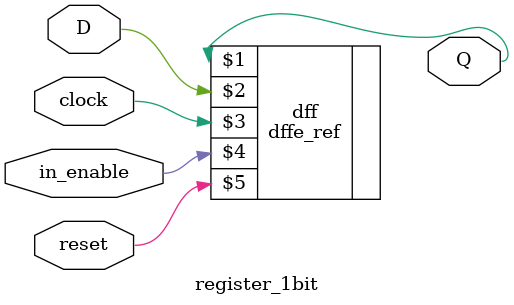
<source format=v>
module register_1bit (
    clock,
    reset,
    in_enable,
    D,
    Q
);

    input clock, reset, in_enable;
    input D;
    output Q;

    // Instantiate a single DFF for 1-bit storage
    dffe_ref dff (Q, D, clock, in_enable, reset);

endmodule

</source>
